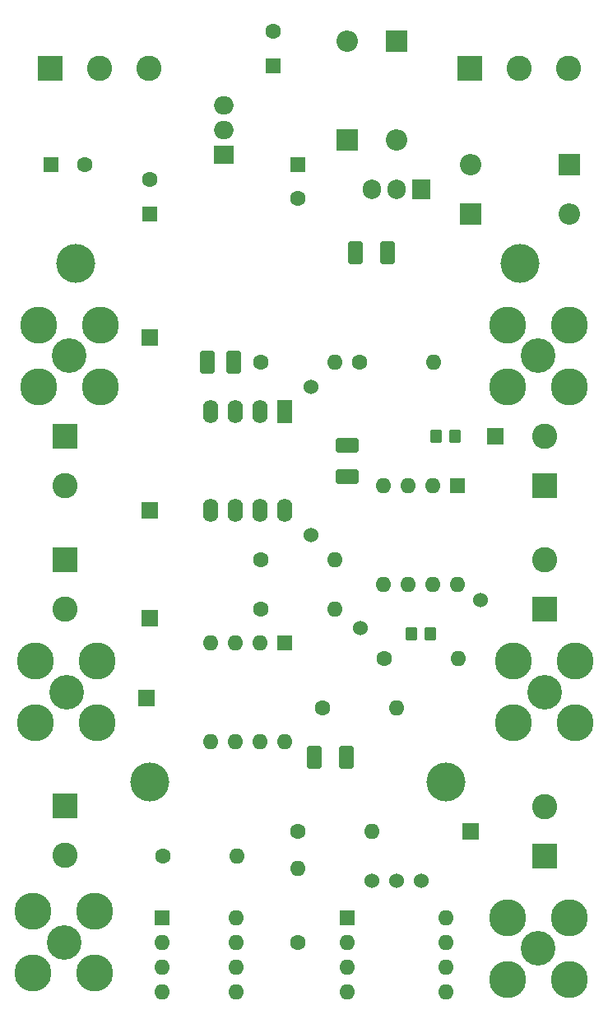
<source format=gbr>
%TF.GenerationSoftware,KiCad,Pcbnew,(6.0.9)*%
%TF.CreationDate,2024-03-02T11:40:50+05:30*%
%TF.ProjectId,CT_2.0.0,43545f32-2e30-42e3-902e-6b696361645f,rev?*%
%TF.SameCoordinates,Original*%
%TF.FileFunction,Soldermask,Top*%
%TF.FilePolarity,Negative*%
%FSLAX46Y46*%
G04 Gerber Fmt 4.6, Leading zero omitted, Abs format (unit mm)*
G04 Created by KiCad (PCBNEW (6.0.9)) date 2024-03-02 11:40:50*
%MOMM*%
%LPD*%
G01*
G04 APERTURE LIST*
G04 Aperture macros list*
%AMRoundRect*
0 Rectangle with rounded corners*
0 $1 Rounding radius*
0 $2 $3 $4 $5 $6 $7 $8 $9 X,Y pos of 4 corners*
0 Add a 4 corners polygon primitive as box body*
4,1,4,$2,$3,$4,$5,$6,$7,$8,$9,$2,$3,0*
0 Add four circle primitives for the rounded corners*
1,1,$1+$1,$2,$3*
1,1,$1+$1,$4,$5*
1,1,$1+$1,$6,$7*
1,1,$1+$1,$8,$9*
0 Add four rect primitives between the rounded corners*
20,1,$1+$1,$2,$3,$4,$5,0*
20,1,$1+$1,$4,$5,$6,$7,0*
20,1,$1+$1,$6,$7,$8,$9,0*
20,1,$1+$1,$8,$9,$2,$3,0*%
G04 Aperture macros list end*
%ADD10R,2.600000X2.600000*%
%ADD11C,2.600000*%
%ADD12C,1.600000*%
%ADD13O,1.600000X1.600000*%
%ADD14C,3.556000*%
%ADD15C,3.810000*%
%ADD16RoundRect,0.250000X-0.350000X-0.450000X0.350000X-0.450000X0.350000X0.450000X-0.350000X0.450000X0*%
%ADD17R,1.600000X1.600000*%
%ADD18C,1.524000*%
%ADD19R,1.600000X2.400000*%
%ADD20O,1.600000X2.400000*%
%ADD21RoundRect,0.250001X-0.499999X-0.924999X0.499999X-0.924999X0.499999X0.924999X-0.499999X0.924999X0*%
%ADD22C,4.000000*%
%ADD23RoundRect,0.250001X0.924999X-0.499999X0.924999X0.499999X-0.924999X0.499999X-0.924999X-0.499999X0*%
%ADD24R,1.700000X1.700000*%
%ADD25RoundRect,0.250000X0.350000X0.450000X-0.350000X0.450000X-0.350000X-0.450000X0.350000X-0.450000X0*%
%ADD26R,1.905000X2.000000*%
%ADD27O,1.905000X2.000000*%
%ADD28RoundRect,0.250000X-0.500000X-0.925000X0.500000X-0.925000X0.500000X0.925000X-0.500000X0.925000X0*%
%ADD29R,2.000000X1.905000*%
%ADD30O,2.000000X1.905000*%
%ADD31R,2.200000X2.200000*%
%ADD32O,2.200000X2.200000*%
G04 APERTURE END LIST*
D10*
%TO.C,J7*%
X76195000Y-51105000D03*
D11*
X81275000Y-51105000D03*
X86355000Y-51105000D03*
%TD*%
D12*
%TO.C,R7*%
X101600000Y-129540000D03*
D13*
X109220000Y-129540000D03*
%TD*%
D12*
%TO.C,R6*%
X104140000Y-116840000D03*
D13*
X111760000Y-116840000D03*
%TD*%
D14*
%TO.C,J5*%
X77825000Y-115240000D03*
D15*
X74650000Y-112065000D03*
X81000000Y-112065000D03*
X74650000Y-118415000D03*
X81000000Y-118415000D03*
%TD*%
D16*
%TO.C,R11*%
X113300000Y-109220000D03*
X115300000Y-109220000D03*
%TD*%
D17*
%TO.C,C3*%
X76200000Y-60960000D03*
D12*
X79700000Y-60960000D03*
%TD*%
D17*
%TO.C,C1*%
X101600000Y-60960000D03*
D12*
X101600000Y-64460000D03*
%TD*%
D18*
%TO.C,U8*%
X120424700Y-105785873D03*
X108050200Y-108642751D03*
%TD*%
D14*
%TO.C,J4*%
X77561500Y-140980000D03*
D15*
X80736500Y-144155000D03*
X80736500Y-137805000D03*
X74386500Y-137805000D03*
X74386500Y-144155000D03*
%TD*%
D12*
%TO.C,R5*%
X97790000Y-106680000D03*
D13*
X105410000Y-106680000D03*
%TD*%
D18*
%TO.C,U9*%
X103000000Y-99060000D03*
X103000000Y-83820000D03*
%TD*%
D17*
%TO.C,C4*%
X86360000Y-66040000D03*
D12*
X86360000Y-62540000D03*
%TD*%
D19*
%TO.C,U1*%
X100320000Y-86365000D03*
D20*
X97780000Y-86365000D03*
X95240000Y-86365000D03*
X92700000Y-86365000D03*
X92700000Y-96525000D03*
X95240000Y-96525000D03*
X97780000Y-96525000D03*
X100320000Y-96525000D03*
%TD*%
D21*
%TO.C,C7*%
X103375000Y-121920000D03*
X106625000Y-121920000D03*
%TD*%
D12*
%TO.C,R9*%
X110490000Y-111760000D03*
D13*
X118110000Y-111760000D03*
%TD*%
D21*
%TO.C,C10*%
X107595000Y-70000000D03*
X110845000Y-70000000D03*
%TD*%
D14*
%TO.C,J3*%
X78105000Y-80645000D03*
D15*
X74930000Y-83820000D03*
X81280000Y-77470000D03*
X74930000Y-77470000D03*
X81280000Y-83820000D03*
%TD*%
D17*
%TO.C,U6*%
X106751500Y-138440000D03*
D13*
X106751500Y-140980000D03*
X106751500Y-143520000D03*
X106751500Y-146060000D03*
X116911500Y-146060000D03*
X116911500Y-143520000D03*
X116911500Y-140980000D03*
X116911500Y-138440000D03*
%TD*%
D22*
%TO.C,*%
X86360000Y-124460000D03*
%TD*%
D10*
%TO.C,J1*%
X119375000Y-51105000D03*
D11*
X124455000Y-51105000D03*
X129535000Y-51105000D03*
%TD*%
D23*
%TO.C,C13*%
X106680000Y-93065000D03*
X106680000Y-89815000D03*
%TD*%
D17*
%TO.C,U3*%
X100320000Y-110140000D03*
D13*
X97780000Y-110140000D03*
X95240000Y-110140000D03*
X92700000Y-110140000D03*
X92700000Y-120300000D03*
X95240000Y-120300000D03*
X97780000Y-120300000D03*
X100320000Y-120300000D03*
%TD*%
D24*
%TO.C,TP5*%
X86360000Y-107620000D03*
%TD*%
D17*
%TO.C,U7*%
X118100000Y-93960000D03*
D13*
X115560000Y-93960000D03*
X113020000Y-93960000D03*
X110480000Y-93960000D03*
X110480000Y-104120000D03*
X113020000Y-104120000D03*
X115560000Y-104120000D03*
X118100000Y-104120000D03*
%TD*%
D24*
%TO.C,TP1*%
X86360000Y-96520000D03*
%TD*%
D14*
%TO.C,J9*%
X127000000Y-115240000D03*
D15*
X130175000Y-112065000D03*
X123825000Y-112065000D03*
X130175000Y-118415000D03*
X123825000Y-118415000D03*
%TD*%
D17*
%TO.C,U2*%
X87640000Y-138440000D03*
D13*
X87640000Y-140980000D03*
X87640000Y-143520000D03*
X87640000Y-146060000D03*
X95260000Y-146060000D03*
X95260000Y-143520000D03*
X95260000Y-140980000D03*
X95260000Y-138440000D03*
%TD*%
D25*
%TO.C,R10*%
X117840000Y-88900000D03*
X115840000Y-88900000D03*
%TD*%
D24*
%TO.C,TP4*%
X86360000Y-78740000D03*
%TD*%
D22*
%TO.C,*%
X116840000Y-124460000D03*
%TD*%
D12*
%TO.C,R1*%
X87721500Y-132080000D03*
D13*
X95341500Y-132080000D03*
%TD*%
D26*
%TO.C,U4*%
X114300000Y-63500000D03*
D27*
X111760000Y-63500000D03*
X109220000Y-63500000D03*
%TD*%
D12*
%TO.C,R4*%
X97790000Y-101600000D03*
D13*
X105410000Y-101600000D03*
%TD*%
D24*
%TO.C,TP3*%
X86080000Y-115875000D03*
%TD*%
D14*
%TO.C,J10*%
X126365000Y-80645000D03*
D15*
X129540000Y-83820000D03*
X129540000Y-77470000D03*
X123190000Y-77470000D03*
X123190000Y-83820000D03*
%TD*%
D12*
%TO.C,R3*%
X97790000Y-81280000D03*
D13*
X105410000Y-81280000D03*
%TD*%
D21*
%TO.C,C16*%
X92355000Y-81280000D03*
D28*
X95000000Y-81280000D03*
%TD*%
D24*
%TO.C,TP6*%
X119380000Y-129540000D03*
%TD*%
D22*
%TO.C,REF\u002A\u002A*%
X78740000Y-71120000D03*
%TD*%
%TO.C,*%
X124460000Y-71120000D03*
%TD*%
D12*
%TO.C,R8*%
X107950000Y-81280000D03*
D13*
X115570000Y-81280000D03*
%TD*%
D14*
%TO.C,J6*%
X126365000Y-141605000D03*
D15*
X123190000Y-144780000D03*
X129540000Y-138430000D03*
X129540000Y-144780000D03*
X123190000Y-138430000D03*
%TD*%
D12*
%TO.C,R2*%
X101600000Y-140970000D03*
D13*
X101600000Y-133350000D03*
%TD*%
D29*
%TO.C,U5*%
X93980000Y-60000000D03*
D30*
X93980000Y-57460000D03*
X93980000Y-54920000D03*
%TD*%
D24*
%TO.C,TP8*%
X121920000Y-88900000D03*
%TD*%
D17*
%TO.C,C2*%
X99060000Y-50800000D03*
D12*
X99060000Y-47300000D03*
%TD*%
D10*
%TO.C,J12*%
X77680000Y-101590000D03*
D11*
X77680000Y-106670000D03*
%TD*%
D18*
%TO.C,RV1*%
X114300000Y-134620000D03*
X111760000Y-134620000D03*
X109220000Y-134620000D03*
%TD*%
D31*
%TO.C,D1*%
X106680000Y-58420000D03*
D32*
X106680000Y-48260000D03*
%TD*%
D10*
%TO.C,J14*%
X77680000Y-88890000D03*
D11*
X77680000Y-93970000D03*
%TD*%
D10*
%TO.C,J2*%
X127000000Y-132080000D03*
D11*
X127000000Y-127000000D03*
%TD*%
D31*
%TO.C,D3*%
X119380000Y-66040000D03*
D32*
X129540000Y-66040000D03*
%TD*%
D10*
%TO.C,J15*%
X127000000Y-93980000D03*
D11*
X127000000Y-88900000D03*
%TD*%
D31*
%TO.C,D4*%
X129540000Y-60960000D03*
D32*
X119380000Y-60960000D03*
%TD*%
D31*
%TO.C,D2*%
X111760000Y-48260000D03*
D32*
X111760000Y-58420000D03*
%TD*%
D10*
%TO.C,J11*%
X77680000Y-126908500D03*
D11*
X77680000Y-131988500D03*
%TD*%
D10*
%TO.C,J13*%
X127000000Y-106680000D03*
D11*
X127000000Y-101600000D03*
%TD*%
M02*

</source>
